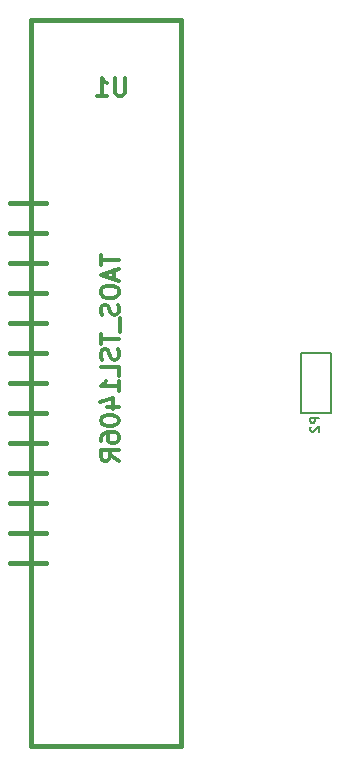
<source format=gbo>
G04 (created by PCBNEW-RS274X (2011-07-19)-testing) date Thu 29 Dec 2011 06:25:09 PM PST*
G01*
G70*
G90*
%MOIN*%
G04 Gerber Fmt 3.4, Leading zero omitted, Abs format*
%FSLAX34Y34*%
G04 APERTURE LIST*
%ADD10C,0.006000*%
%ADD11C,0.015000*%
%ADD12C,0.012000*%
G04 APERTURE END LIST*
G54D10*
G54D11*
X46031Y-57427D02*
X44831Y-57427D01*
X46031Y-56427D02*
X44831Y-56427D01*
X46031Y-55427D02*
X44831Y-55427D01*
X46031Y-54427D02*
X44831Y-54427D01*
X46031Y-53427D02*
X44831Y-53427D01*
X46031Y-52427D02*
X44831Y-52427D01*
X46031Y-51427D02*
X44831Y-51427D01*
X46031Y-50427D02*
X44831Y-50427D01*
X46031Y-49427D02*
X44831Y-49427D01*
X46031Y-48427D02*
X44831Y-48427D01*
X46031Y-47427D02*
X44831Y-47427D01*
X46031Y-46427D02*
X44831Y-46427D01*
X46031Y-45427D02*
X44831Y-45427D01*
X50531Y-63527D02*
X45531Y-63527D01*
X50531Y-39327D02*
X50531Y-63527D01*
X45531Y-63527D02*
X45531Y-39327D01*
X48031Y-39327D02*
X50531Y-39327D01*
X48031Y-39327D02*
X45531Y-39327D01*
G54D10*
X55531Y-50427D02*
X54531Y-50427D01*
X54531Y-50427D02*
X54531Y-52427D01*
X54531Y-52427D02*
X55531Y-52427D01*
X55531Y-52427D02*
X55531Y-50427D01*
G54D12*
X48657Y-41243D02*
X48657Y-41729D01*
X48629Y-41786D01*
X48600Y-41814D01*
X48543Y-41843D01*
X48429Y-41843D01*
X48371Y-41814D01*
X48343Y-41786D01*
X48314Y-41729D01*
X48314Y-41243D01*
X47714Y-41843D02*
X48057Y-41843D01*
X47885Y-41843D02*
X47885Y-41243D01*
X47942Y-41329D01*
X48000Y-41386D01*
X48057Y-41414D01*
X47843Y-47144D02*
X47843Y-47487D01*
X48443Y-47316D02*
X47843Y-47316D01*
X48271Y-47658D02*
X48271Y-47944D01*
X48443Y-47601D02*
X47843Y-47801D01*
X48443Y-48001D01*
X47843Y-48315D02*
X47843Y-48429D01*
X47871Y-48487D01*
X47929Y-48544D01*
X48043Y-48572D01*
X48243Y-48572D01*
X48357Y-48544D01*
X48414Y-48487D01*
X48443Y-48429D01*
X48443Y-48315D01*
X48414Y-48258D01*
X48357Y-48201D01*
X48243Y-48172D01*
X48043Y-48172D01*
X47929Y-48201D01*
X47871Y-48258D01*
X47843Y-48315D01*
X48414Y-48801D02*
X48443Y-48887D01*
X48443Y-49030D01*
X48414Y-49087D01*
X48386Y-49116D01*
X48329Y-49144D01*
X48271Y-49144D01*
X48214Y-49116D01*
X48186Y-49087D01*
X48157Y-49030D01*
X48129Y-48916D01*
X48100Y-48858D01*
X48071Y-48830D01*
X48014Y-48801D01*
X47957Y-48801D01*
X47900Y-48830D01*
X47871Y-48858D01*
X47843Y-48916D01*
X47843Y-49058D01*
X47871Y-49144D01*
X48500Y-49258D02*
X48500Y-49715D01*
X47843Y-49772D02*
X47843Y-50115D01*
X48443Y-49944D02*
X47843Y-49944D01*
X48414Y-50286D02*
X48443Y-50372D01*
X48443Y-50515D01*
X48414Y-50572D01*
X48386Y-50601D01*
X48329Y-50629D01*
X48271Y-50629D01*
X48214Y-50601D01*
X48186Y-50572D01*
X48157Y-50515D01*
X48129Y-50401D01*
X48100Y-50343D01*
X48071Y-50315D01*
X48014Y-50286D01*
X47957Y-50286D01*
X47900Y-50315D01*
X47871Y-50343D01*
X47843Y-50401D01*
X47843Y-50543D01*
X47871Y-50629D01*
X48443Y-51172D02*
X48443Y-50886D01*
X47843Y-50886D01*
X48443Y-51686D02*
X48443Y-51343D01*
X48443Y-51515D02*
X47843Y-51515D01*
X47929Y-51458D01*
X47986Y-51400D01*
X48014Y-51343D01*
X48043Y-52200D02*
X48443Y-52200D01*
X47814Y-52057D02*
X48243Y-51914D01*
X48243Y-52286D01*
X47843Y-52628D02*
X47843Y-52685D01*
X47871Y-52742D01*
X47900Y-52771D01*
X47957Y-52800D01*
X48071Y-52828D01*
X48214Y-52828D01*
X48329Y-52800D01*
X48386Y-52771D01*
X48414Y-52742D01*
X48443Y-52685D01*
X48443Y-52628D01*
X48414Y-52571D01*
X48386Y-52542D01*
X48329Y-52514D01*
X48214Y-52485D01*
X48071Y-52485D01*
X47957Y-52514D01*
X47900Y-52542D01*
X47871Y-52571D01*
X47843Y-52628D01*
X47843Y-53342D02*
X47843Y-53228D01*
X47871Y-53171D01*
X47900Y-53142D01*
X47986Y-53085D01*
X48100Y-53056D01*
X48329Y-53056D01*
X48386Y-53085D01*
X48414Y-53113D01*
X48443Y-53171D01*
X48443Y-53285D01*
X48414Y-53342D01*
X48386Y-53371D01*
X48329Y-53399D01*
X48186Y-53399D01*
X48129Y-53371D01*
X48100Y-53342D01*
X48071Y-53285D01*
X48071Y-53171D01*
X48100Y-53113D01*
X48129Y-53085D01*
X48186Y-53056D01*
X48443Y-53999D02*
X48157Y-53799D01*
X48443Y-53656D02*
X47843Y-53656D01*
X47843Y-53884D01*
X47871Y-53942D01*
X47900Y-53970D01*
X47957Y-53999D01*
X48043Y-53999D01*
X48100Y-53970D01*
X48129Y-53942D01*
X48157Y-53884D01*
X48157Y-53656D01*
G54D10*
X55121Y-52578D02*
X54821Y-52578D01*
X54821Y-52693D01*
X54836Y-52721D01*
X54850Y-52736D01*
X54879Y-52750D01*
X54921Y-52750D01*
X54950Y-52736D01*
X54964Y-52721D01*
X54979Y-52693D01*
X54979Y-52578D01*
X54850Y-52864D02*
X54836Y-52878D01*
X54821Y-52907D01*
X54821Y-52978D01*
X54836Y-53007D01*
X54850Y-53021D01*
X54879Y-53036D01*
X54907Y-53036D01*
X54950Y-53021D01*
X55121Y-52850D01*
X55121Y-53036D01*
M02*

</source>
